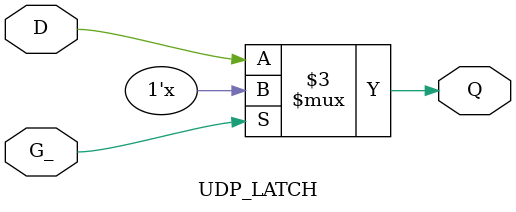
<source format=v>
module UDP_LATCH(Q, G_,D);
output Q; 
input  G_, D;
       reg Q;
always @ (G_ or D) begin
       if (G_==0)    Q <= #1 D;
end
endmodule
</source>
